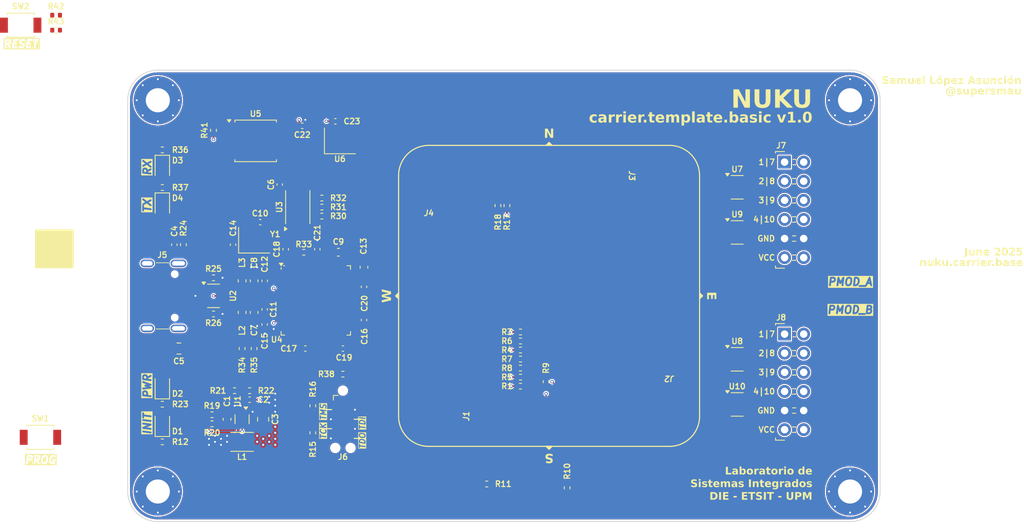
<source format=kicad_pcb>
(kicad_pcb (version 20241229) (generator "pcbnew") (generator_version "9.0")
  (title_block (title "nuku.carrier.template.base") (date "2025-06-09") (rev "0") (company "Samuel López Asunción") (comment 1 "@supersmau"))
  (layers (0 "F.Cu" signal "L1_(Sig).Cu") (4 "In1.Cu" power "L2_(GND).Cu") (6 "In2.Cu" power "L3_(GND).Cu") (2 "B.Cu" signal "L4_(Sig).Cu") (13 "F.Paste" user) (15 "B.Paste" user) (5 "F.SilkS" user "F.Silkscreen") (7 "B.SilkS" user "B.Silkscreen") (1 "F.Mask" user) (3 "B.Mask" user) (25 "Edge.Cuts" user))
  (net 0 "")
  (net 1 "GND")
  (net 2 "+3V3")
  (net 3 "+5V")
  (net 5 "/power/FB_3V3")
  (net 6 "/core-south-0/CONFIG_PROG")
  (net 7 "/core-south-0/CONFIG_M2")
  (net 8 "SHIELD")
  (net 10 "/core-south-0/PWR_LOOPBACK")
  (net 12 "/core-south-0/CONFIG_M0")
  (net 13 "/bridge/VPLL")
  (net 14 "/bridge/VPHY")
  (net 15 "/core-south-0/MGTP_CLK0_P")
  (net 16 "/core-south-0/MGTP_TX3_P")
  (net 17 "/core-south-0/MGTP_TX0_P")
  (net 18 "/core-south-0/MGTP_RX3_P")
  (net 19 "Net-(U4-OSCI)")
  (net 20 "/core-south-0/MGTP_CLK1_N")
  (net 21 "/core-south-0/MGTP_TX3_N")
  (net 22 "/core-south-0/MGTP_RX2_P")
  (net 24 "/core-south-0/CONFIG_INIT")
  (net 27 "/core-south-0/MGTP_RX3_N")
  (net 29 "/core-south-0/MGTP_TX0_N")
  (net 30 "/core-south-0/CONFIG_DONE")
  (net 31 "/core-south-0/MGTP_RX1_N")
  (net 32 "/core-south-0/MGTP_RX0_P")
  (net 33 "+1V8")
  (net 35 "/core-south-0/MGTP_RX1_P")
  (net 37 "/core-south-0/MGTP_RX0_N")
  (net 38 "/core-south-0/MGTP_TX1_P")
  (net 39 "/core-south-0/MGTP_TX2_P")
  (net 40 "/core-south-0/MGTP_RX2_N")
  (net 42 "/core-south-0/MGTP_TX2_N")
  (net 43 "/core-south-0/MGTP_CLK1_P")
  (net 44 "/core-south-0/MGTP_TX1_N")
  (net 45 "/core-south-0/CONFIG_M1")
  (net 46 "/core-east-34/IO34_6_N")
  (net 47 "/core-east-34/IO34_23_N")
  (net 48 "/core-east-34/IO34_25")
  (net 49 "/core-east-34/IO34_4_P")
  (net 50 "/core-east-34/IO34_16_P")
  (net 51 "/core-east-34/IO34_15_P")
  (net 52 "/core-east-34/IO34_13_P")
  (net 53 "/core-east-34/IO34_9_N")
  (net 54 "/core-east-34/IO34_10_P")
  (net 55 "/core-east-34/IO34_5_P")
  (net 56 "/core-east-34/IO34_13_N")
  (net 57 "/core-east-34/IO34_22_P")
  (net 58 "/core-east-34/IO34_14_N")
  (net 59 "/core-east-34/IO34_24_N")
  (net 60 "/core-east-34/IO34_15_N")
  (net 61 "/core-east-34/IO34_2_N")
  (net 62 "/core-east-34/IO34_23_P")
  (net 63 "/core-east-34/IO34_18_N")
  (net 64 "/core-east-34/IO34_17_N")
  (net 65 "/core-east-34/IO34_3_N")
  (net 66 "/core-east-34/IO34_12_P")
  (net 67 "/core-east-34/IO34_12_N")
  (net 68 "/core-east-34/IO34_19_N")
  (net 69 "/core-east-34/IO34_18_P")
  (net 70 "/core-east-34/IO34_5_N")
  (net 71 "/core-east-34/IO34_19_P")
  (net 72 "/core-east-34/IO34_16_N")
  (net 73 "/core-east-34/IO34_2_P")
  (net 74 "/core-east-34/IO34_24_P")
  (net 75 "/core-east-34/IO34_6_P")
  (net 76 "/core-east-34/IO34_9_P")
  (net 77 "/core-east-34/IO34_7_P")
  (net 78 "/core-east-34/IO34_11_N")
  (net 79 "/core-east-34/IO34_8_N")
  (net 80 "/core-east-34/IO34_4_N")
  (net 81 "/core-east-34/IO34_11_P")
  (net 82 "/core-east-34/IO34_3_P")
  (net 83 "/core-east-34/IO34_0")
  (net 84 "/core-east-34/IO34_10_N")
  (net 85 "/core-east-34/IO34_20_P")
  (net 86 "/core-east-34/IO34_21_N")
  (net 87 "/core-east-34/IO34_1_P")
  (net 88 "/core-east-34/IO34_1_N")
  (net 89 "/core-east-34/IO34_7_N")
  (net 90 "/core-east-34/IO34_8_P")
  (net 91 "/core-east-34/IO34_20_N")
  (net 92 "/core-east-34/IO34_22_N")
  (net 93 "/core-east-34/IO34_21_P")
  (net 94 "/core-east-34/IO34_17_P")
  (net 95 "/core-east-34/IO34_14_P")
  (net 96 "/core-north-14/IO14_21_N")
  (net 97 "/core-north-14/IO14_14_P")
  (net 98 "Net-(U4-OSCO)")
  (net 99 "/core-north-14/IO14_14_N")
  (net 100 "/core-north-14/IO14_3_N")
  (net 101 "/core-north-14/IO14_16_N")
  (net 102 "/core-north-14/IO14_9_N")
  (net 103 "/core-north-14/IO14_3_P")
  (net 104 "/core-north-14/IO14_20_N")
  (net 105 "/core-north-14/IO14_16_P")
  (net 106 "/core-north-14/IO14_6_N")
  (net 107 "/core-north-14/IO14_4_N")
  (net 108 "/core-north-14/IO14_11_N")
  (net 109 "/core-north-14/IO14_21_P")
  (net 110 "/core-north-14/IO14_19_N")
  (net 111 "/core-north-14/IO14_22_N")
  (net 112 "/core-north-14/IO14_8_N")
  (net 113 "/core-north-14/IO14_18_P")
  (net 114 "/core-north-14/IO14_9_P")
  (net 115 "/core-north-14/IO14_5_P")
  (net 116 "/core-north-14/IO14_19_P")
  (net 117 "/core-north-14/IO14_13_P")
  (net 118 "/core-north-14/IO14_12_N")
  (net 119 "/core-north-14/IO14_13_N")
  (net 120 "/core-north-14/IO14_17_P")
  (net 121 "/core-north-14/IO14_10_N")
  (net 122 "/core-north-14/IO14_17_N")
  (net 123 "/core-north-14/IO14_11_P")
  (net 124 "/core-north-14/IO14_15_N")
  (net 125 "/core-north-14/IO14_23_N")
  (net 126 "/core-north-14/IO14_7_P")
  (net 127 "/core-north-14/IO14_23_P")
  (net 128 "/core-north-14/IO14_15_P")
  (net 129 "/core-north-14/IO14_8_P")
  (net 130 "/core-north-14/IO14_20_P")
  (net 131 "/core-north-14/IO14_24_N")
  (net 132 "/core-north-14/IO14_7_N")
  (net 133 "/core-north-14/IO14_24_P")
  (net 134 "/core-north-14/IO14_22_P")
  (net 135 "Net-(D2-K)")
  (net 136 "/core-north-14/IO14_10_P")
  (net 137 "/core-north-14/IO14_25")
  (net 138 "/core-north-14/IO14_4_P")
  (net 139 "/core-north-14/IO14_18_N")
  (net 140 "/core-north-14/IO14_0")
  (net 141 "/core-north-14/IO14_5_N")
  (net 142 "/core-west-15/IO15_15_N")
  (net 143 "/core-west-15/IO15_14_N")
  (net 144 "/core-west-15/IO15_4_N")
  (net 145 "/core-west-15/IO15_8_P")
  (net 146 "/core-west-15/IO15_12_P")
  (net 147 "/core-west-15/IO15_13_P")
  (net 148 "/core-west-15/IO15_21_P")
  (net 149 "/core-west-15/IO15_5_N")
  (net 150 "/core-west-15/IO15_25")
  (net 151 "/core-west-15/IO15_9_N")
  (net 152 "/core-west-15/IO15_18_N")
  (net 153 "/core-west-15/IO15_12_N")
  (net 154 "/core-west-15/IO15_2_N")
  (net 155 "/core-west-15/IO15_5_P")
  (net 156 "/core-west-15/IO15_20_N")
  (net 157 "/core-west-15/IO15_3_N")
  (net 158 "/core-west-15/IO15_1_N")
  (net 159 "/core-west-15/IO15_18_P")
  (net 160 "/core-west-15/IO15_15_P")
  (net 161 "/core-west-15/IO15_17_P")
  (net 162 "/core-west-15/IO15_3_P")
  (net 163 "/core-west-15/IO15_9_P")
  (net 164 "/core-west-15/IO15_7_N")
  (net 165 "/core-west-15/IO15_23_N")
  (net 166 "/core-south-0/PGOOD")
  (net 167 "/core-west-15/IO15_23_P")
  (net 168 "/core-west-15/IO15_16_N")
  (net 169 "/core-west-15/IO15_14_P")
  (net 170 "/core-west-15/IO15_13_N")
  (net 171 "/core-west-15/IO15_10_N")
  (net 172 "/core-west-15/IO15_17_N")
  (net 173 "/core-west-15/IO15_24_N")
  (net 174 "/core-west-15/IO15_7_P")
  (net 175 "/core-west-15/IO15_22_N")
  (net 176 "/core-west-15/IO15_4_P")
  (net 177 "/core-west-15/IO15_21_N")
  (net 178 "/core-west-15/IO15_11_N")
  (net 179 "/core-west-15/IO15_22_P")
  (net 180 "/core-west-15/IO15_2_P")
  (net 181 "/core-west-15/IO15_19_P")
  (net 182 "/core-west-15/IO15_19_N")
  (net 183 "/core-west-15/IO15_24_P")
  (net 184 "/core-west-15/IO15_6_N")
  (net 185 "/core-west-15/IO15_20_P")
  (net 186 "/core-west-15/IO15_0")
  (net 187 "Net-(D1-K)")
  (net 188 "/core-west-15/IO15_16_P")
  (net 189 "/core-west-15/IO15_6_P")
  (net 190 "/core-west-15/IO15_11_P")
  (net 191 "/core-west-15/IO15_1_P")
  (net 192 "/core-west-15/IO15_8_N")
  (net 193 "/core-west-15/IO15_10_P")
  (net 194 "/core-south-0/CONFIG_CFGBVS")
  (net 195 "Net-(D3-K)")
  (net 196 "Net-(D4-K)")
  (net 197 "/bridge/JTAG_TDO")
  (net 198 "/bridge/JTAG_TMS")
  (net 199 "/bridge/JTAG_TDI")
  (net 200 "/bridge/JTAG_TCK")
  (net 201 "/config/CONFIG_CLK")
  (net 202 "Net-(J5-CC1)")
  (net 203 "/bridge/USB_DP")
  (net 204 "/bridge/USB_DN")
  (net 205 "Net-(J5-CC2)")
  (net 208 "/bridge/JTAG_HALT")
  (net 209 "/bridge/JTAG_VREF")
  (net 210 "/pmod/PMOD_A4")
  (net 211 "/pmod/PMOD_A3")
  (net 212 "/pmod/PMOD_A9")
  (net 213 "/pmod/PMOD_A7")
  (net 214 "/pmod/PMOD_A10")
  (net 215 "/pmod/PMOD_A2")
  (net 216 "/pmod/PMOD_A1")
  (net 217 "/pmod/PMOD_A8")
  (net 218 "/pmod/PMOD_B1")
  (net 219 "/pmod/PMOD_B8")
  (net 220 "/pmod/PMOD_B7")
  (net 221 "/pmod/PMOD_B3")
  (net 222 "/pmod/PMOD_B4")
  (net 223 "/pmod/PMOD_B10")
  (net 224 "/pmod/PMOD_B9")
  (net 225 "/pmod/PMOD_B2")
  (net 226 "/power/SW_3V3")
  (net 227 "/power/EN_3V3")
  (net 228 "/bridge/EEORG")
  (net 229 "/bridge/EEDOUT")
  (net 230 "/bridge/EECLK")
  (net 231 "/bridge/EECS")
  (net 232 "/bridge/EEDIN")
  (net 233 "/bridge/FTDI_REF")
  (net 234 "/bridge/FTDI_NRESET")
  (net 235 "/bridge/UART_RX_LED")
  (net 236 "/bridge/UART_TX_LED")
  (net 237 "/bridge/PWRSAV#")
  (net 238 "/config/CONFIG_FCS_B")
  (net 239 "/power/PG_3V3")
  (net 243 "/bridge/UART_CTS#")
  (net 244 "/bridge/UART_RTS#")
  (net 252 "/bridge/SUSPEND")
  (net 256 "/bridge/PWREN")
  (net 259 "/bridge/UART_RXD")
  (net 264 "/bridge/UART_TXD")
  (net 268 "/config/CONFIG_MOSI_D00")
  (net 269 "/config/CONFIG_DIN_D01")
  (net 270 "/config/CONFIG_D03")
  (net 271 "/config/CONFIG_D02")
  (net 272 "/config/CLK")
  (net 274 "/config/RESET")
  (net 275 "Net-(R42-Pad2)")
  (footprint "Inductor_SMD:L_0603_1608Metric" (layer "F.Cu") (at 107.7 103 -90)
    (property "Reference" "L3")
    (property "Value" "600")
  )
  (footprint "Package_TO_SOT_SMD:SOT-23-6" (layer "F.Cu") (at 173.5 90.57)
    (property "Reference" "U7")
    (property "Value" "SRV05-4")
  )
  (footprint "Resistor_SMD:R_0402_1005Metric" (layer "F.Cu") (at 140.21 130)
    (property "Reference" "R11")
    (property "Value" "4k7")
  )
  (footprint "Package_SO:SOIC-8_5.3x5.3mm_P1.27mm" (layer "F.Cu") (at 109.5 84.4)
    (property "Reference" "U5")
    (property "Value" "IS25LP064A")
  )
  (footprint "Package_SO:TSSOP-8_4.4x3mm_P0.65mm" (layer "F.Cu") (at 115.1 93.2 90)
    (property "Reference" "U3")
    (property "Value" "M93C56-WDW6TP")
  )
  (footprint "Capacitor_SMD:C_0402_1005Metric" (layer "F.Cu") (at 110.7 103 90)
    (property "Reference" "C12")
    (property "Value" "470n")
  )
  (footprint "Resistor_SMD:R_0402_1005Metric" (layer "F.Cu") (at 117.1 123.2 -90)
    (property "Reference" "R15")
    (property "Value" "10k")
  )
  (footprint "Resistor_SMD:R_0402_1005Metric" (layer "F.Cu") (at 144.7 112.2 180)
    (property "Reference" "R4")
    (property "Value" "1k")
  )
  (footprint "Resistor_SMD:R_0402_1005Metric" (layer "F.Cu") (at 97.1 119.4 180)
    (property "Reference" "R23")
    (property "Value" "1k")
  )
  (footprint "Resistor_SMD:R_0402_1005Metric" (layer "F.Cu") (at 144.7 114.6)
    (property "Reference" "R8")
    (property "Value" "1k")
  )
  (footprint "Resistor_SMD:R_0402_1005Metric" (layer "F.Cu") (at 103.7 120.8)
    (property "Reference" "R19")
    (property "Value" "100k")
  )
  (footprint "Capacitor_SMD:C_0603_1608Metric" (layer "F.Cu") (at 109.3 107.2 -90)
    (property "Reference" "C7")
    (property "Value" "4u7")
  )
  (footprint "LED_SMD:LED_0805_2012Metric" (layer "F.Cu") (at 97.1 93 -90)
    (property "Reference" "D4")
    (property "Value" "TX")
  )
  (footprint "Capacitor_SMD:C_0402_1005Metric" (layer "F.Cu") (at 110.1 95.2)
    (property "Reference" "C10")
    (property "Value" "33p")
  )
  (footprint "Resistor_SMD:R_0402_1005Metric" (layer "F.Cu") (at 117.1 119.6 90)
    (property "Reference" "R16")
    (property "Value" "10k")
  )
  (footprint "Resistor_SMD:R_0402_1005Metric" (layer "F.Cu") (at 108.7 117.6 180)
    (property "Reference" "R22")
    (property "Value" "22k")
  )
  (footprint "Capacitor_SMD:C_0402_1005Metric" (layer "F.Cu") (at 115.7 82.4)
    (property "Reference" "C22")
    (property "Value" "470n")
  )
  (footprint "Capacitor_SMD:C_0603_1608Metric" (layer "F.Cu") (at 120.5 99.2 180)
    (property "Reference" "C9")
    (property "Value" "4u7")
  )
  (footprint "Resistor_SMD:R_0402_1005Metric" (layer "F.Cu") (at 99.9 98.2 90)
    (property "Reference" "R24")
    (property "Value" "1M")
  )
  (footprint "nuku:DF40HC(4.0)-90DS-0.4V" (layer "F.Cu") (at 132.5 105)
    (property "Reference" "J4")
    (property "Value" "DF40HC(4.0)-90DS-0.4V" (hide yes))
  )
  (footprint "LED_SMD:LED_0805_2012Metric" (layer "F.Cu") (at 97.1 122 90)
    (property "Reference" "D1")
    (property "Value" "INIT")
  )
  (footprint "Capacitor_SMD:C_0402_1005Metric" (layer "F.Cu") (at 123.9 108.2 -90)
    (property "Reference" "C16")
    (property "Value" "470n")
  )
  (footprint "Resistor_SMD:R_0402_1005Metric" (layer "F.Cu") (at 82.98 67.695)
    (property "Reference" "R42")
    (property "Value" "4k7")
  )
  (footprint "Capacitor_SMD:C_0603_1608Metric" (layer "F.Cu") (at 105.7 121.4 -90)
    (property "Reference" "C1")
    (property "Value" "4u7")
  )
  (footprint "MountingHole:MountingHole_3.2mm_M3_Pad_TopBottom" (layer "F.Cu") (at 96.5 131)
    (property "Reference" "" (hide yes))
    (property "Value" "MountingHole_3.2mm_M3_Pad_TopBottom")
  )
  (footprint "Capacitor_SMD:C_0402_1005Metric" (layer "F.Cu") (at 117.7 98.8 90)
    (property "Reference" "C21")
    (property "Value" "470n")
  )
  (footprint "Resistor_SMD:R_0402_1005Metric" (layer "F.Cu") (at 118.3 92)
    (property "Reference" "R32")
    (property "Value" "10k")
  )
  (footprint "MountingHole:MountingHole_3.2mm_M3_Pad_TopBottom" (layer "F.Cu") (at 188.5 79)
    (property "Reference" "" (hide yes))
    (property "Value" "MountingHole_3.2mm_M3_Pad_TopBottom")
  )
  (footprint "nuku:DF40HC(4.0)-90DS-0.4V" (layer "F.Cu") (at 148.5 89 -90)
    (property "Reference" "J3")
    (property "Value" "DF40HC(4.0)-90DS-0.4V" (hide yes))
  )
  (footprint "Resistor_SMD:R_0402_1005Metric" (layer "F.Cu") (at 144.7 109.8 180)
    (property "Reference" "R3")
    (property "Value" "1k")
  )
  (footprint "Resistor_SMD:R_0402_1005Metric" (layer "F.Cu") (at 97.1 124.4 180)
    (property "Reference" "R12")
    (property "Value" "1k")
  )
  (footprint "nuku:DF40HC(4.0)-90DS-0.4V" (layer "F.Cu") (at 164.5 105 180)
    (property "Reference" "J2")
    (property "Value" "DF40HC(4.0)-90DS-0.4V" (hide yes))
  )
  (footprint "Capacitor_SMD:C_0603_1608Metric" (layer "F.Cu") (at 123.9 101.2 -90)
    (property "Reference" "C13")
    (property "Value" "4u7")
  )
  (footprint "Resistor_SMD:R_0402_1005Metric" (layer "F.Cu") (at 103.7 122 180)
    (property "Reference" "R20")
    (property "Value" "200k")
  )
  (footprint "Capacitor_SMD:C_0805_2012Metric" (layer "F.Cu") (at 99.3 112 180)
    (property "Reference" "C5")
    (property "Value" "47u")
  )
  (footprint "MountingHole:MountingHole_3.2mm_M3_Pad_TopBottom" (layer "F.Cu") (at 96.5 79)
    (property "Reference" "" (hide yes))
    (property "Value" "MountingHole_3.2mm_M3_Pad_TopBottom")
  )
  (footprint "Resistor_SMD:R_0402_1005Metric" (layer "F.Cu") (at 103.9 83 90)
    (property "Reference" "R41")
    (property "Value" "4k7")
  )
  (footprint "Resistor_SMD:R_0402_1005Metric" (layer "F.Cu") (at 118.3 94.4)
    (property "Reference" "R30")
    (property "Value" "10k")
  )
  (footprint "Capacitor_SMD:C_0402_1005Metric" (layer "F.Cu") (at 123.9 103.8 90)
    (property "Reference" "C20")
    (property "Value" "470n")
  )
  (footprint "Package_TO_SOT_SMD:SOT-23-6" (layer "F.Cu") (at 173.5 96.57)
    (property "Reference" "U9")
    (property "Value" "SRV05-4")
  )
  (footprint "nuku:DF40HC(4.0)-90DS-0.4V" (layer "F.Cu") (at 148.5 121 90)
    (property "Reference" "J1")
    (property "Value" "DF40HC(4.0)-90DS-0.4V" (hide yes))
  )
  (footprint "Capacitor_SMD:C_0402_1005Metric" (layer "F.Cu") (at 112.7 90.2 90)
    (property "Reference" "C6")
    (property "Value" "470n")
  )
  (footprint "Resistor_SMD:R_0402_1005Metric" (layer "F.Cu") (at 103.9 102.6 180)
    (property "Reference" "R25")
    (property "Value" "5k1")
  )
  (footprint "LED_SMD:LED_0805_2012Metric" (layer "F.Cu") (at 97.1 88 -90)
    (property "Reference" "D3")
    (property "Value" "RX")
  )
  (footprint "Capacitor_SMD:C_0402_1005Metric" (layer "F.Cu") (at 106.5 98.2 -90)
    (property "Reference" "C14")
    (property "Value" "33p")
  )
  (footprint "Resistor_SMD:R_0402_1005Metric" (layer "F.Cu") (at 109.3 112 -90)
    (property "Reference" "R35")
    (property "Value" "1k")
  )
  (footprint "Resistor_SMD:R_0402_1005Metric" (layer "F.Cu") (at 142.9 93 -90)
    (property "Reference" "R17")
    (property "Value" "1k")
  )
  (footprint "Package_TO_SOT_SMD:SOT-23-6" (layer "F.Cu") (at 173.5 119.43)
    (property "Reference" "U10")
    (property "Value" "SRV05-4")
  )
  (footprint "Capacitor_SMD:C_0402_1005Metric" (layer "F.Cu") (at 110.7 106.8 -90)
    (property "Reference" "C11")
    (property "Value" "470n")
  )
  (footprint "Resistor_SMD:R_0402_1005Metric" (layer "F.Cu") (at 148.1 116.4 90)
    (property "Reference" "R9")
    (property "Value" "330")
  )
  (footprint "Crystal:Crystal_SMD_3225-4Pin_3.2x2.5mm" (layer "F.Cu") (at 120.7 84.4)
    (property "Reference" "U6")
    (property "Value" "OT3225100MJBA4SL")
  )
  (footprint "Resistor_SMD:R_0402_1005Metric" (layer "F.Cu") (at 97.1 90.6 180)
    (property "Reference" "R37")
    (property "Value" "1k")
  )
  (footprint "Capacitor_SMD:C_0402_1005Metric" (layer "F.Cu") (at 121.1 112)
    (property "Reference" "C19")
    (property "Value" "470n")
  )
  (footprint "Capacitor_SMD:C_0402_1005Metric" (layer "F.Cu") (at 120.1 81.8)
    (property "Reference" "C23")
    (property "Value" "470n")
  )
  (footprint "Resistor_SMD:R_0402_1005Metric" (layer "F.Cu") (at 144.7 117)
    (property "Reference" "R1")
    (property "Value" "0")
  )
  (footprint "Resistor_SMD:R_0402_1005Metric" (layer "F.Cu") (at 107.7 112 -90)
    (property "Reference" "R34")
    (property "Value" "12k")
  )
  (footprint "Package_DFN_QFN:QFN-64-1EP_9x9mm_P0.5mm_EP4.35x4.35mm" (layer "F.Cu") (at 117.5 105.6)
    (property "Reference" "U4")
    (property "Value" "FT2232HQ")
  )
  (footprint "Resistor_SMD:R_0402_1005Metric" (layer "F.Cu") (at 144.7 113.4)
    (property "Reference" "R7")
    (property "Value" "1k")
  )
  (footprint "Package_TO_SOT_SMD:SOT-23-6" (layer "F.Cu") (at 173.5 113.43)
    (property "Reference" "U8")
    (property "Value" "SRV05-4")
  )
  (footprint "LED_SMD:LED_0805_2012Metric" (layer "F.Cu") (at 97.1 117 90)
    (property "Reference" "D2")
    (property "Value" "PWR")
  )
  (footprint "Resistor_SMD:R_0402_1005Metric" (layer "F.Cu") (at 82.98 69.685)
    (property "Reference" "R43")
    (property "Value" "4k7")
  )
  (footprint "Inductor_SMD:L_Changjiang_FNR252010S" (layer "F.Cu") (at 107.7 124.4)
    (property "Reference" "L1")
    (property "Value" "1u")
  )
  (footprint "Resistor_SMD:R_0402_1005Metric" (layer "F.Cu") (at 97.1 85.6 180)
    (property "Reference" "R36")
    (property "Value" "1k")
  )
  (footprint "Resistor_SMD:R_0402_1005Metric" (layer "F.Cu") (at 150.9 130.51 90)
    (property "Reference" "R10")
    (property "Value" "4k7")
  )
  (footprint "nuku:TYPE-C16PIN" (layer "F.Cu") (at 92.5 105 -90)
    (property "Reference" "J5")
    (property "Value" "USB_C_Receptacle_USB2.0_16P")
  )
  (footprint "nuku:PMOD_PinSocket_2x06_P2.54mm_Horizontal" (layer "F.Cu") (at 192.5 116.43)
    (property "Reference" "J8")
    (property "Value" "PMOD_B")
  )
  (footprint "Inductor_SMD:L_0603_1608Metric" (layer "F.Cu") (at 107.7 107.2 90)
    (property "Reference" "L2")
    (property "Value" "600")
  )
  (footprint "Resistor_SMD:R_0402_1005Metric" (layer "F.Cu") (at 141.7 93 90)
    (property "Reference" "R18")
    (property "Value" "1k")
  )
  (footprint "nuku:PMOD_PinSocket_2x06_P2.54mm_Horizontal" (layer "F.Cu") (at 192.5 93.57)
    (property "Reference" "J7")
    (property "Value" "PMOD_A")
  )
  (footprint "MountingHole:MountingHole_3.2mm_M3_Pad_TopBottom" (layer "F.Cu") (at 188.5 131)
    (property "Reference" "" (hide yes))
    (property "Value" "MountingHole_3.2mm_M3_Pad_TopBottom")
  )
  (footprint "Capacitor_SMD:C_0402_1005Metric" (layer "F.Cu") (at 98.7 98.2 -90)
    (property "Reference" "C4")
    (property "Value" "470n")
  )
  (footprint "Resistor_SMD:R_0402_1005Metric" (layer "F.Cu") (at 115.9 99.2)
    (property "Reference" "R33")
    (property "Value" "2k2")
  )
  (footprint "Crystal:Crystal_SMD_3225-4Pin_3.2x2.5mm" (layer "F.Cu") (at 109.3 97.6)
    (property "Reference" "Y1")
    (property "Value" "12 MHz")
  )
  (footprint "Connector:Tag-Connect_TC2050-IDC-NL_2x05_P1.27mm_Vertical" (layer "F.Cu") (at 121.1 121.4 -90)
    (property "Reference" "J6")
    (property "Value" "TC2050")
  )
  (footprint "nuku:TS-1088-AR02016" (layer "F.Cu") (at 80.9 123.8)
    (property "Reference" "SW1")
    (property "Value" "PROG")
  )
  (footprint "Capacitor_SMD:C_0603_1608Metric" (layer "F.Cu") (at 109.3 103 90)
    (property "Reference" "C8")
    (property "Value" "4u7")
  )
  (footprint "Resistor_SMD:R_0402_1005Metric" (layer "F.Cu") (at 144.7 115.8 180)
    (property "Reference" "R5")
    (property "Value" "1k")
  )
  (footprint "nuku:TS-1088-AR02016" (layer "F.Cu") (at 78.275 69.025)
    (property "Reference" "SW2")
    (property "Value" "RESET")
  )
  (footprint "Capacitor_SMD:C_0402_1005Metric" (layer "F.Cu") (at 110.7 108.8 -90)
    (property "Reference" "C15")
    (property "Value" "470n")
  )
  (footprint "Resistor_SMD:R_0402_1005Metric" (layer "F.Cu") (at 103.9 107.4 180)
    (property "Reference" "R26")
    (property "Value" "5k1")
  )
  (footprint "Capacitor_SMD:C_0402_1005Metric" (layer "F.Cu") (at 116.1 112)
    (property "Reference" "C17")
    (property "Value" "470n")
  )
  (footprint "Resistor_SMD:R_0402_1005Metric" (layer "F.Cu") (at 118.3 93.2)
    (property "Reference" "R31")
    (property "Value" "10k")
  )
  (footprint "Package_TO_SOT_SMD:SOT-563" (layer "F.Cu") (at 107.7 121.4 -90)
    (property "Reference" "U1")
    (property "Value" "AP61302")
  )
  (footprint "Capacitor_SMD:C_0402_1005Metric" (layer "F.Cu") (at 113.5 98.8 90)
    (property "Reference" "C18")
    (property "Value" "470n")
  )
  (footprint "Package_TO_SOT_SMD:SOT-23-6" (layer "F.Cu") (at 103.9 105)
    (property "Reference" "U2")
    (property "Value" "SRV05-4")
  )
  (footprint "Capacitor_SMD:C_0402_1005Metric" (layer "F.Cu") (at 108.7 118.8 180)
    (property "Reference" "C2")
    (property "Value" "33p")
  )
  (footprint "Resistor_SMD:R_0402_1005Metric" (layer "F.Cu") (at 121.1 115.4 180)
    (property "Reference" "R38")
    (property "Value" "0")
  )
  (footprint "Resistor_SMD:R_0402_1005Metric" (layer "F.Cu") (at 144.7 111)
    (property "Reference" "R6")
    (property "Value" "1k")
  )
  (footprint "Resistor_SMD:R_0402_1005Metric" (layer "F.Cu") (at 106.7 117.6 180)
    (property "Reference" "R21")
    (property "Value" "100k")
  )
  (footprint "Capacitor_SMD:C_0805_2012Metric" (layer "F.Cu") (at 110.5 121.4 90)
    (property "Reference" "C3")
    (property "Value" "47u")
  )
  (gr_poly (pts (xy 168.5 104.6) (xy 168.9 105) (xy 168.5 105.4)) (stroke (width 0.15)) (fill yes) (layer "F.SilkS"))
  (gr_arc (start 168.5 121) (mid 167.328427 123.828427) (end 164.5 125) (stroke (width 0.15)) (layer "F.SilkS"))
  (gr_poly (pts (xy 148.9 125) (xy 148.5 125.4) (xy 148.1 125)) (stroke (width 0.15)) (fill yes) (layer "F.SilkS"))
  (gr_arc (start 132.5 125) (mid 129.671573 123.828427) (end 128.5 121) (stroke (width 0.15)) (layer "F.SilkS"))
  (gr_line (start 168.5 89) (end 168.5 121) (stroke (width 0.15)) (layer "F.SilkS"))
  (gr_rect (start 80.25 96.25) (end 85.25 101.25) (stroke (width 0.15)) (fill yes) (layer "F.SilkS"))
  (gr_line (start 128.5 121) (end 128.5 89) (stroke (width 0.15)) (layer "F.SilkS"))
  (gr_poly (pts (xy 128.5 105.4) (xy 128.1 105) (xy 128.5 104.6)) (stroke (width 0.15)) (fill yes) (layer "F.SilkS"))
  (gr_line (start 119.6 122.65) (end 118.85 122.65) (stroke (width 0.15)) (layer "F.SilkS"))
  (gr_line (start 132.5 85) (end 164.5 85) (stroke (width 0.15)) (layer "F.SilkS"))
  (gr_line (start 164.5 125) (end 132.5 125) (stroke (width 0.15)) (layer "F.SilkS"))
  (gr_line (start 122.6 123.94) (end 123.35 123.94) (stroke (width 0.15)) (layer "F.SilkS"))
  (gr_line (start 122.6 121.4) (end 123.35 121.4) (stroke (width 0.15)) (layer "F.SilkS"))
  (gr_arc (start 164.5 85) (mid 167.328427 86.171573) (end 168.5 89) (stroke (width 0.15)) (layer "F.SilkS"))
  (gr_line (start 119.6 120.11) (end 118.85 120.11) (stroke (width 0.15)) (layer "F.SilkS"))
  (gr_arc (start 128.5 89) (mid 129.671573 86.171573) (end 132.5 85) (stroke (width 0.15)) (layer "F.SilkS"))
  (gr_poly (pts (xy 148.1 85) (xy 148.5 84.6) (xy 148.9 85)) (stroke (width 0.15)) (fill yes) (layer "F.SilkS"))
  (gr_arc (start 192.5 131) (mid 191.328427 133.828427) (end 188.5 135) (stroke (width 0.1)) (layer "Edge.Cuts"))
  (gr_line (start 192.5 79) (end 192.5 131) (stroke (width 0.1)) (layer "Edge.Cuts"))
  (gr_line (start 96.5 75) (end 188.5 75) (stroke (width 0.1)) (layer "Edge.Cuts"))
  (gr_arc (start 96.5 135) (mid 93.671573 133.828427) (end 92.5 131) (stroke (width 0.1)) (layer "Edge.Cuts"))
  (gr_line (start 92.5 131) (end 92.5 79) (stroke (width 0.1)) (layer "Edge.Cuts"))
  (gr_arc (start 188.5 75) (mid 191.328427 76.171573) (end 192.5 79) (stroke (width 0.1)) (layer "Edge.Cuts"))
  (gr_line (start 188.5 135) (end 96.5 135) (stroke (width 0.1)) (layer "Edge.Cuts"))
  (gr_arc (start 92.5 79) (mid 93.671573 76.171573) (end 96.5 75) (stroke (width 0.1)) (layer "Edge.Cuts"))
  (gr_text "carrier.template.basic v1.0" (at 183.5 82.2 0) (layer "F.SilkS") (effects (font (size 1.4 1.4) (thickness 0.25) (italic yes)) (justify right bottom)))
  (gr_text "June 2025" (at 211.5 99.8 0) (layer "F.SilkS") (effects (font (size 1 1) (thickness 0.25) (italic yes)) (justify right bottom)))
  (gr_text "Laboratorio de\nSistemas Integrados\nDIE - ETSIT - UPM" (at 183.5 130 0) (layer "F.SilkS") (effects (font (size 1 1) (thickness 0.25) (italic yes)) (justify right)))
  (gr_text "W" (at 127.7 105 90) (layer "F.SilkS") (effects (font (size 1.2 1.2) (thickness 0.25) (italic yes)) (justify bottom)))
  (gr_text "TDI" (at 123.7 121 90) (layer "F.SilkS" knockout) (effects (font (size 0.75 0.75) (thickness 0.15) (bold yes) (italic yes)) (justify right)))
  (gr_text "N" (at 148.5 84.2 0) (layer "F.SilkS") (effects (font (size 1.2 1.2) (thickness 0.25) (italic yes)) (justify bottom)))
  (gr_text "E" (at 169.3 105 270) (layer "F.SilkS") (effects (font (size 1.2 1.2) (thickness 0.25) (italic yes)) (justify bottom)))
  (gr_text "TMS" (at 118.5 121.6 90) (layer "F.SilkS" knockout) (effects (font (size 0.75 0.75) (thickness 0.15) (bold yes) (italic yes)) (justify left)))
  (gr_text "nuku.carrier.base" (at 211.5 101.2 0) (layer "F.SilkS") (effects (font (size 1 1) (thickness 0.25) (italic yes)) (justify right bottom)))
  (gr_text "TCK" (at 118.5 124.1 90) (layer "F.SilkS" knockout) (effects (font (size 0.75 0.75) (thickness 0.15) (bold yes) (italic yes)) (justify left)))
  (gr_text "TDO" (at 123.7 123.1 90) (layer "F.SilkS" knockout) (effects (font (size 0.75 0.75) (thickness 0.15) (bold yes) (italic yes)) (justify right)))
  (gr_text "NUKU" (at 183.5 80.4 0) (layer "F.SilkS") (effects (font (size 2.4 2.4) (thickness 0.25) (italic yes)) (justify right bottom)))
  (gr_text "S" (at 148.5 125.8 180) (layer "F.SilkS") (effects (font (size 1.2 1.2) (thickness 0.25) (italic yes)) (justify bottom)))
  (gr_text "@supersmau" (at 211.3 78.4 0) (layer "F.SilkS") (effects (font (size 1 1) (thickness 0.25) (italic yes)) (justify right bottom)))
  (gr_text "Samuel López Asunción" (at 211.3 77 0) (layer "F.SilkS") (effects (font (size 1 1) (thickness 0.25) (italic yes)) (justify right bottom)))
  (via (at 112.1 119.6) (size 0.45) (drill 0.25) (layers "F.Cu" "B.Cu") (net 1))
  (via (at 112.1 118) (size 0.45) (drill 0.25) (layers "F.Cu" "B.Cu") (net 1))
  (via (at 112.1 118.8) (size 0.45) (drill 0.25) (layers "F.Cu" "B.Cu") (net 1))
  (via (at 103.3 124) (size 0.45) (drill 0.25) (layers "F.Cu" "B.Cu") (net 1))
  (via (at 122.7 120.13) (size 0.45) (drill 0.25) (layers "F.Cu" "B.Cu") (net 1))
  (via (at 119.5 121.4) (size 0.45) (drill 0.25) (layers "F.Cu" "B.Cu") (net 1))
  (via (at 112.1 120.4) (size 0.45) (drill 0.25) (layers "F.Cu" "B.Cu") (net 1))
  (via (at 105.7 123.6) (size 0.45) (drill 0.25) (layers "F.Cu" "B.Cu") (net 1))
  (via (at 122.7 122.67) (size 0.45) (drill 0.25) (layers "F.Cu" "B.Cu") (net 1))
  (via (at 103.3 124.8) (size 0.45) (drill 0.25) (layers "F.Cu" "B.Cu") (net 1))
  (via (at 108.9 109) (size 0.45) (drill 0.25) (layers "F.Cu" "B.Cu") (net 1))
  (via (at 105.1 107.4) (size 0.45) (drill 0.25) (layers "F.Cu" "B.Cu") (net 1))
  (via (at 108.9 101.2) (size 0.45) (drill 0.25) (layers "F.Cu" "B.Cu") (net 1))
  (via (at 111.9 109.4) (size 0.45) (drill 0.25) (layers "F.Cu" "B.Cu") (net 1))
  (via (at 117.7 97.6) (size 0.45) (drill 0.25) (layers "F.Cu" "B.Cu") (net 1))
  (via (at 104.9 124.8) (size 0.45) (drill 0.25) (layers "F.Cu" "B.Cu") (net 1))
  (via (at 109.1 120.4) (size 0.45) (drill 0.25) (layers "F.Cu" "B.Cu") (net 1))
  (via (at 110.7 110) (size 0.45) (drill 0.25) (layers "F.Cu" "B.Cu") (net 1))
  (via (at 119.5 123.94) (size 0.45) (drill 0.25) (layers "F.Cu" "B.Cu") (net 1))
  (via (at 106.7 119.6) (size 0.45) (drill 0.25) (layers "F.Cu" "B.Cu") (net 1))
  (via (at 105.1 102.6) (size 0.45) (drill 0.25) (layers "F.Cu" "B.Cu") (net 1))
  (via (at 104.9 124) (size 0.45) (drill 0.25) (layers "F.Cu" "B.Cu") (net 1))
  (via (at 109.7 109) (size 0.45) (drill 0.25) (layers "F.Cu" "B.Cu") (net 1))
  (via (at 111.3 119.2) (size 0.45) (drill 0.25) (layers "F.Cu" "B.Cu") (net 1))
  (via (at 104.1 123.6) (size 0.45) (drill 0.25) (layers "F.Cu" "B.Cu") (net 1))
  (via (at 101.5 105) (size 0.45) (drill 0.25) (layers "F.Cu" "B.Cu") (net 1))
  (via (at 116.1 81.6) (size 0.45) (drill 0.25) (layers "F.Cu" "B.Cu") (net 1))
  (via (at 109.7 101.2) (size 0.45) (drill 0.25) (layers "F.Cu" "B.Cu") (net 1))
  (via (at 104.1 124.4) (size 0.45) (drill 0.25) (layers "F.Cu" "B.Cu") (net 1))
  (via (at 105.7 124.4) (size 0.45) (drill 0.25) (layers "F.Cu" "B.Cu") (net 1))
  (via (at 111.3 118.4) (size 0.45) (drill 0.25) (layers "F.Cu" "B.Cu") (net 1))
  (via (at 107.5 119.6) (size 0.45) (drill 0.25) (layers "F.Cu" "B.Cu") (net 1))
  (segment (start 143.5 115.8) (end 144.19 115.8) (width 0.25) (layer "F.Cu") (net 2))
  (segment (start 103.9 84.2) (end 103.9 83.51) (width 0.25) (layer "F.Cu") (net 2))
  (segment (start 143.5 112.2) (end 144.19 112.2) (width 0.25) (layer "F.Cu") (net 2))
  (segment (start 115.3 81.6) (end 115.3 82.29) (width 0.25) (layer "F.Cu") (net 2))
  (segment (start 143.5 109.8) (end 144.19 109.8) (width 0.25) (layer "F.Cu") (net 2))
  (segment (start 118.9 81.8) (end 119.59 81.8) (width 0.25) (layer "F.Cu") (net 2))
  (segment (start 143.5 117) (end 144.19 117) (width 0.25) (layer "F.Cu") (net 2))
  (segment (start 142.9 94.2) (end 142.9 93.51) (width 0.25) (layer "F.Cu") (net 2))
  (segment (start 109.9 118.8) (end 109.21 118.8) (width 0.25) (layer "F.Cu") (net 2))
  (via (at 143.5 109.8) (size 0.45) (drill 0.25) (layers "F.Cu" "B.Cu") (net 2))
  (via (at 143.5 117) (size 0.45) (drill 0.25) (layers "F.Cu" "B.Cu") (net 2))
  (via (at 112.1 123.2) (size 0.45) (drill 0.25) (layers "F.Cu" "B.Cu") (net 2))
  (via (at 143.5 112.2) (size 0.45) (drill 0.25) (layers "F.Cu" "B.Cu") (net 2))
  (via (at 115.3 81.6) (size 0.45) (drill 0.25) (layers "F.Cu" "B.Cu") (net 2))
  (via (at 112.1 124.8) (size 0.45) (drill 0.25) (layers "F.Cu" "B.Cu") (net 2))
  (via (at 112.1 122.4) (size 0.45) (drill 0.25) (layers "F.Cu" "B.Cu") (net 2))
  (via (at 103.9 84.2) (size 0.45) (drill 0.25) (layers "F.Cu" "B.Cu") (net 2))
  (via (at 110.5 124) (size 0.45) (drill 0.25) (layers "F.Cu" "B.Cu") (net 2))
  (via (at 112.1 124) (size 0.45) (drill 0.25) (layers "F.Cu" "B.Cu") (net 2))
  (via (at 109.7 123.6) (size 0.45) (drill 0.25) (layers "F.Cu" "B.Cu") (net 2))
  (via (at 111.3 123.6) (size 0.45) (drill 0.25) (layers "F.Cu" "B.Cu") (net 2))
  (via (at 109.7 124.4) (size 0.45) (drill 0.25) (layers "F.Cu" "B.Cu") (net 2))
  (via (at 118.9 81.8) (size 0.45) (drill 0.25) (layers "F.Cu" "B.Cu") (net 2))
  (via (at 109.9 118.8) (size 0.45) (drill 0.25) (layers "F.Cu" "B.Cu") (net 2))
  (via (at 111.3 124.4) (size 0.45) (drill 0.25) (layers "F.Cu" "B.Cu") (net 2))
  (via (at 142.9 94.2) (size 0.45) (drill 0.25) (layers "F.Cu" "B.Cu") (net 2))
  (via (at 110.5 124.8) (size 0.45) (drill 0.25) (layers "F.Cu" "B.Cu") (net 2))
  (via (at 143.5 115.8) (size 0.45) (drill 0.25) (layers "F.Cu" "B.Cu") (net 2))
  (segment (start 103.9 105) (end 104.59 105) (width 0.25) (layer "F.Cu") (net 3))
  (via (at 103.9 105) (size 0.45) (drill 0.25) (layers "F.Cu" "B.Cu") (net 3))
  (segment (start 107.21 117.6) (end 108.19 117.6) (width 0.15) (layer "F.Cu") (net 5))
  (segment (start 108.2 117.61) (end 108.19 117.6) (width 0.15) (layer "F.Cu") (net 5))
  (segment (start 108.2 120.6875) (end 108.2 117.61) (width 0.15) (layer "F.Cu") (net 5))
  (segment (start 148.1 119.46) (end 148.1 118) (width 0.15) (layer "F.Cu") (net 6))
  (via (at 148.1 118) (size 0.45) (drill 0.25) (layers "F.Cu" "B.Cu") (net 6))
  (segment (start 145.21 109.8) (end 145.21 111) (width 0.15) (layer "F.Cu") (net 7))
  (segment (start 147.3 113.09) (end 145.21 111) (width 0.15) (layer "F.Cu") (net 7))
  (segment (start 147.3 119.46) (end 147.3 113.09) (width 0.15) (layer "F.Cu") (net 7))
  (via (at 93.7 131) (size 0.45) (drill 0.25) (layers "F.Cu" "B.Cu") (net 8))
  (via (at 96.5 81.8) (size 0.45) (drill 0.25) (layers "F.Cu" "B.Cu") (net 8))
  (via (at 190.5 133) (size 0.45) (drill 0.25) (layers "F.Cu" "B.Cu") (net 8))
  (via (at 188.5 133.8) (size 0.45) (drill 0.25) (layers "F.Cu" "B.Cu") (net 8))
  (via (at 186.5 81) (size 0.45) (drill 0.25) (layers "F.Cu" "B.Cu") (net 8))
  (via (at 94.5 77) (size 0.45) (drill 0.25) (layers "F.Cu" "B.Cu") (net 8))
  (via (at 185.7 79) (size 0.45) (drill 0.25) (layers "F.Cu" "B.Cu") (net 8))
  (via (at 185.7 131) (size 0.45) (drill 0.25) (layers "F.Cu" "B.Cu") (net 8))
  (via (at 98.5 77) (size 0.45) (drill 0.25) (layers "F.Cu" "B.Cu") (net 8))
  (via (at 98.5 129) (size 0.45) (drill 0.25) (layers "F.Cu" "B.Cu") (net 8))
  (via (at 190.5 129) (size 0.45) (drill 0.25) (layers "F.Cu" "B.Cu") (net 8))
  (via (at 96.5 128.2) (size 0.45) (drill 0.25) (layers "F.Cu" "B.Cu") (net 8))
  (via (at 99.3 131) (size 0.45) (drill 0.25) (layers "F.Cu" "B.Cu") (net 8))
  (via (at 188.5 128.2) (size 0.45) (drill 0.25) (layers "F.Cu" "B.Cu") (net 8))
  (via (at 94.5 133) (size 0.45) (drill 0.25) (layers "F.Cu" "B.Cu") (net 8))
  (via (at 188.5 81.8) (size 0.45) (drill 0.25) (layers "F.Cu" "B.Cu") (net 8))
  (via (at 96.5 133.8) (size 0.45) (drill 0.25) (layers "F.Cu" "B.Cu") (net 8))
  (via (at 98.5 81) (size 0.45) (drill 0.25) (layers "F.Cu" "B.Cu") (net 8))
  (via (at 190.5 81) (size 0.45) (drill 0.25) (layers "F.Cu" "B.Cu") (net 8))
  (via (at 96.5 76.2) (size 0.45) (drill 0.25) (layers "F.Cu" "B.Cu") (net 8))
  (via (at 186.5 129) (size 0.45) (drill 0.25) (layers "F.Cu" "B.Cu") (net 8))
  (via (at 186.5 77) (size 0.45) (drill 0.25) (layers "F.Cu" "B.Cu") (net 8))
  (via (at 93.7 79) (size 0.45) (drill 0.25) (layers "F.Cu" "B.Cu") (net 8))
  (via (at 94.5 81) (size 0.45) (drill 0.25) (layers "F.Cu" "B.Cu") (net 8))
  (via (at 186.5 133) (size 0.45) (drill 0.25) (layers "F.Cu" "B.Cu") (net 8))
  (via (at 94.5 129) (size 0.45) (drill 0.25) (layers "F.Cu" "B.Cu") (net 8))
  (via (at 188.5 76.2) (size 0.45) (drill 0.25) (layers "F.Cu" "B.Cu") (net 8))
  (via (at 190.5 77) (size 0.45) (drill 0.25) (layers "F.Cu" "B.Cu") (net 8))
  (via (at 99.3 79) (size 0.45) (drill 0.25) (layers "F.Cu" "B.Cu") (net 8))
  (via (at 191.3 79) (size 0.45) (drill 0.25) (layers "F.Cu" "B.Cu") (net 8))
  (via (at 98.5 133) (size 0.45) (drill 0.25) (layers "F.Cu" "B.Cu") (net 8))
  (via (at 191.3 131) (size 0.45) (drill 0.25) (layers "F.Cu" "B.Cu") (net 8))
  (segment (start 145.21 115.8) (end 145.21 114.6) (width 0.15) (layer "F.Cu") (net 12))
  (segment (start 146.1 119.46) (end 146.1 118.6) (width 0.15) (layer "F.Cu") (net 12))
  (segment (start 146.1 116.69) (end 145.21 115.8) (width 0.15) (layer "F.Cu") (net 12))
  (segment (start 146.1 118.6) (end 146.1 116.69) (width 0.15) (layer "F.Cu") (net 12))
  (segment (start 111.7 101.8) (end 111.7 98.05) (width 0.15) (layer "F.Cu") (net 19))
  (segment (start 111.7 98.05) (end 110.4 96.75) (width 0.15) (layer "F.Cu") (net 19))
  (segment (start 110.58 95.2) (end 110.58 96.57) (width 0.15) (layer "F.Cu") (net 19))
  (segment (start 110.58 96.57) (end 110.4 96.75) (width 0.15) (layer "F.Cu") (net 19))
  (segment (start 112.25 102.35) (end 111.7 101.8) (width 0.15) (layer "F.Cu") (net 19))
  (segment (start 113.05 102.35) (end 112.25 102.35) (width 0.15) (layer "F.Cu") (net 19))
  (segment (start 149.3 116.8) (end 148.9 116.4) (width 0.15) (layer "F.Cu") (net 24))
  (segment (start 149.3 119.46) (end 149.3 116.8) (width 0.15) (layer "F.Cu") (net 24))
  (via (at 148.9 116.4) (size 0.45) (drill 0.25) (layers "F.Cu" "B.Cu") (net 24))
  (segment (start 148.7 118.4) (end 148.7 117.6) (width 0.15) (layer "F.Cu") (net 30))
  (segment (start 148.7 117.6) (end 148.1 117) (width 0.15) (layer "F.Cu") (net 30))
  (segment (start 148.5 119.46) (end 148.5 118.6) (width 0.15) (layer "F.Cu") (net 30))
  (segment (start 148.5 118.6) (end 148.7 118.4) (width 0.15) (layer "F.Cu") (net 30))
  (segment (start 146.9 115.09) (end 146.9 119.46) (width 0.15) (layer "F.Cu") (net 45))
  (segment (start 145.21 113.4) (end 146.9 115.09) (width 0.15) (layer "F.Cu") (net 45))
  (segment (start 145.21 112.2) (end 145.21 113.4) (width 0.15) (layer "F.Cu") (net 45))
  (segment (start 111.3 100.2) (end 110.7 99.6) (width 0.15) (layer "F.Cu") (net 98))
  (segment (start 109.35 99.6) (end 108.2 98.45) (width 0.15) (layer "F.Cu") (net 98))
  (segment (start 113.05 102.85) (end 112.15 102.85) (width 0.15) (layer "F.Cu") (net 98))
  (segment (start 111.3 102) (end 111.3 100.2) (width 0.15) (layer "F.Cu") (net 98))
  (segment (start 112.15 102.85) (end 111.3 102) (width 0.15) (layer "F.Cu") (net 98))
  (segment (start 110.7 99.6) (end 109.35 99.6) (width 0.15) (layer "F.Cu") (net 98))
  (segment (start 106.5 98.68) (end 107.97 98.68) (width 0.15) (layer "F.Cu") (net 98))
  (segment (start 141.7 92.49) (end 142.9 92.49) (width 0.15) (layer "F.Cu") (net 103))
  (segment (start 141.7 92.49) (end 141.7 90.54) (width 0.15) (layer "F.Cu") (net 103))
  (segment (start 145.21 117) (end 145.7 117.49) (width 0.15) (layer "F.Cu") (net 194))
  (segment (start 145.7 117.49) (end 145.7 119.46) (width 0.15) (layer "F.Cu") (net 194))
  (segment (start 117.12 120.13) (end 117.1 120.11) (width 0.15) (layer "F.Cu") (net 198))
  (segment (start 120.465 120.13) (end 117.12 120.13) (width 0.15) (layer "F.Cu") (net 198))
  (segment (start 114.75 115.25) (end 116.1 116.6) (width 0.15) (layer "F.Cu") (net 198))
  (segment (start 116.1 116.6) (end 116.1 119.11) (width 0.15) (layer "F.Cu") (net 198))
  (segment (start 116.1 119.11) (end 117.1 120.11) (width 0.15) (layer "F.Cu") (net 198))
  (segment (start 114.75 110.05) (end 114.75 115.25) (width 0.15) (layer "F.Cu") (net 198))
  (segment (start 115.7 121.29) (end 117.1 122.69) (width 0.15) (layer "F.Cu") (net 200))
  (segment (start 115.7 116.8) (end 115.7 121.29) (width 0.15) (layer "F.Cu") (net 200))
  (segment (start 120.465 122.67) (end 117.12 122.67) (width 0.15) (layer "F.Cu") (net 200))
  (segment (start 113.05 114.15) (end 115.7 116.8) (width 0.15) (layer "F.Cu") (net 200))
  (segment (start 113.05 109.35) (end 113.05 114.15) (width 0.15) (layer "F.Cu") (net 200))
  (segment (start 117.12 122.67) (end 117.1 122.69) (width 0.15) (layer "F.Cu") (net 200))
  (segment (start 149.7 119.46) (end 149.7 96.8) (width 0.15) (layer "F.Cu") (net 201))
  (segment (start 148.9 96) (end 139.9 96) (width 0.15) (layer "F.Cu") (net 201))
  (segment (start 149.7 96.8) (end 148.9 96) (width 0.15) (layer "F.Cu") (net 201))
  (segment (start 99.825 103.75) (end 100.75 103.75) (width 0.15) (layer "F.Cu") (net 202))
  (segment (start 100.75 103.75) (end 101.7 102.8) (width 0.15) (layer "F.Cu") (net 202))
  (segment (start 101.7 102.8) (end 103.19 102.8) (width 0.15) (layer "F.Cu") (net 202))
  (segment (start 100.9 105.75) (end 101.1 105.95) (width 0.15) (layer "F.Cu") (net 203))
  (segment (start 100.9 105.75) (end 99.825 105.75) (width 0.15) (layer "F.Cu") (net 203))
  (segment (start 105.0375 105.95) (end 105.35 105.95) (width 0.15) (layer "F.Cu") (net 203))
  (segment (start 100.6 104.75) (end 100.9 105.05) (width 0.15) (layer "F.Cu") (net 203))
  (segment (start 112.374999 105.275) (end 106.025 105.275) (width 0.15) (layer "F.Cu") (net 203))
  (segment (start 113.05 105.35) (end 112.449999 105.35) (width 0.15) (layer "F.Cu") (net 203))
  (segment (start 105.35 105.95) (end 106.025 105.275) (width 0.15) (layer "F.Cu") (net 203))
  (segment (start 101.1 105.95) (end 105.0375 105.95) (width 0.15) (layer "F.Cu") (net 203))
  (segment (start 99.825 104.75) (end 100.6 104.75) (width 0.15) (layer "F.Cu") (net 203))
  (segment (start 100.9 105.05) (end 100.9 105.75) (width 0.15) (layer "F.Cu") (net 203))
  (segment (start 112.449999 105.35) (end 112.374999 105.275) (width 0.15) (layer "F.Cu") (net 203))
  (segment (start 105.35 104.05) (end 106.225 104.925) (width 0.15) (layer "F.Cu") (net 204))
  (segment (start 113.05 104.85) (end 112.449999 104.85) (width 0.15) (layer "F.Cu") (net 204))
  (segment (start 101.125 104.05) (end 105.0375 104.05) (width 0.15) (layer "F.Cu") (net 204))
  (segment (start 99.05 104.25) (end 98.75 104.55) (width 0.15) (layer "F.Cu") (net 204))
  (segment (start 99.05 105.25) (end 99.825 105.25) (width 0.15) (layer "F.Cu") (net 204))
  (segment (start 99.825 104.25) (end 100.925 104.25) (width 0.15) (layer "F.Cu") (net 204))
  (segment (start 98.75 104.95) (end 99.05 105.25) (width 0.15) (layer "F.Cu") (net 204))
  (segment (start 112.449999 104.85) (end 112.374999 104.925) (width 0.15) (layer "F.Cu") (net 204))
  (segment (start 98.75 104.55) (end 98.75 104.95) (width 0.15) (layer "F.Cu") (net 204))
  (segment (start 99.825 104.25) (end 99.05 104.25) (width 0.15) (layer "F.Cu") (net 204))
  (segment (start 100.925 104.25) (end 101.125 104.05) (width 0.15) (layer "F.Cu") (net 204))
  (segment (start 105.0375 104.05) (end 105.35 104.05) (width 0.15) (layer "F.Cu") (net 204))
  (segment (start 112.374999 104.925) (end 106.225 104.925) (width 0.15) (layer "F.Cu") (net 204))
  (segment (start 99.825 106.75) (end 102.74 106.75) (width 0.15) (layer "F.Cu") (net 205))
  (segment (start 102.74 106.75) (end 103.39 107.4) (width 0.15) (layer "F.Cu") (net 205))
  (segment (start 103.19 120.8) (end 103.19 122) (width 0.15) (layer "F.Cu") (net 227))
  (segment (start 103.3 122.11) (end 103.19 122) (width 0.15) (layer "F.Cu") (net 227))
  (segment (start 103.3 123) (end 103.3 122.11) (width 0.15) (layer "F.Cu") (net 227))
  (segment (start 107.7 123) (end 107.7 122.1125) (width 0.15) (layer "F.Cu") (net 227))
  (via (at 103.3 123) (size 0.45) (drill 0.25) (layers "F.Cu" "B.Cu") (net 227))
  (via (at 107.7 123) (size 0.45) (drill 0.25) (layers "F.Cu" "B.Cu") (net 227))
  (segment (start 107.7 123) (end 103.3 123) (width 0.15) (layer "B.Cu") (net 227))
  (segment (start 116.075 94.825) (end 116.5 94.4) (width 0.15) (layer "F.Cu") (net 229))
  (segment (start 116.075 98.865) (end 116.41 99.2) (width 0.15) (layer "F.Cu") (net 229))
  (segment (start 116.5 94.4) (end 117.79 94.4) (width 0.15) (layer "F.Cu") (net 229))
  (segment (start 116.075 96.0625) (end 116.075 94.825) (width 0.15) (layer "F.Cu") (net 229))
  (segment (start 116.075 96.0625) (end 116.075 98.865) (width 0.15) (layer "F.Cu") (net 229))
  (segment (start 114.775 93.725) (end 115.3 93.2) (width 0.15) (layer "F.Cu") (net 230))
  (segment (start 114.775 96.0625) (end 114.775 93.725) (width 0.15) (layer "F.Cu") (net 230))
  (segment (start 114.75 101.15) (end 114.75 96.0875) (width 0.15) (layer "F.Cu") (net 230))
  (segment (start 115.3 93.2) (end 117.79 93.2) (width 0.15) (layer "F.Cu") (net 230))
  (segment (start 114.25 101.15) (end 114.25 96.1875) (width 0.15) (layer "F.Cu") (net 231))
  (segment (start 114.125 96.0625) (end 114.125 92.575) (width 0.15) (layer "F.Cu") (net 231))
  (segment (start 114.125 92.575) (end 114.7 92) (width 0.15) (layer "F.Cu") (net 231))
  (segment (start 114.7 92) (end 117.79 92) (width 0.15) (layer "F.Cu") (net 231))
  (segment (start 115.425 99.165) (end 115.39 99.2) (width 0.15) (layer "F.Cu") (net 232))
  (segment (start 115.25 101.15) (end 115.25 99.54) (width 0.15) (layer "F.Cu") (net 232))
  (segment (start 115.425 96.0625) (end 115.425 99.165) (width 0.15) (layer "F.Cu") (net 232))
  (segment (start 111.9 104) (end 112.25 104.35) (width 0.15) (layer "F.Cu") (net 233))
  (segment (start 112.25 104.35) (end 113.05 104.35) (width 0.15) (layer "F.Cu") (net 233))
  (via (at 111.9 104) (size 0.45) (drill 0.25) (layers "F.Cu" "B.Cu") (net 233))
  (segment (start 112.15 108.35) (end 111.9 108.6) (width 0.15) (layer "F.Cu") (net 234))
  (segment (start 113.05 108.35) (end 112.15 108.35) (width 0.15) (layer "F.Cu") (net 234))
  (via (at 111.9 108.6) (size 0.45) (drill 0.25) (layers "F.Cu" "B.Cu") (net 234))
  (segment (start 118.75 101.15) (end 118.75 96.95) (width 0.15) (layer "F.Cu") (net 235))
  (segment (start 118.25 101.15) (end 118.25 96.85) (width 0.15) (layer "F.Cu") (net 236))
  (segment (start 105.9075 82.49) (end 105.9125 82.495) (width 0.15) (layer "F.Cu") (net 238))
  (segment (start 103.9 82.49) (end 105.9075 82.49) (width 0.15) (layer "F.Cu") (net 238))
  (zone (net 2) (net_name "+3V3") (layer "F.Cu") (name "3V3_SMPS") (priority 1) (connect_pads yes (clearance 0)) (min_thickness 0.2) (fill yes (thermal_gap 0.5) (thermal_bridge_width 0.5))
    (polygon (pts (xy 107.375 121.8) (xy 107.375 125.4) (xy 112.3 125.4) (xy 112.7 125) (xy 112.7 122.2) (xy 112.3 121.8)))
  )
  (zone (net 33) (net_name "+1V8") (layer "F.Cu") (name "1V8") (priority 1) (connect_pads yes (clearance 0)) (min_thickness 0.15) (fill yes (thermal_gap 0.5) (thermal_bridge_width 0.5))
    (polygon (pts (xy 113.5 107) (xy 111.9 107) (xy 111.1 107.8) (xy 110.1 107.8) (xy 110.1 108.8) (xy 111.1 108.8) (xy 112.3 107.6) (xy 113.5 107.6)))
  )
  (zone (net 13) (net_name "/bridge/VPLL") (layer "F.Cu") (name "VPLL") (priority 1) (connect_pads yes (clearance 0)) (min_thickness 0.15) (fill yes (thermal_gap 0.5) (thermal_bridge_width 0.5))
    (polygon (pts (xy 113.5 105.6) (xy 106.9 105.6) (xy 106.9 107.2) (xy 109.9 107.2) (xy 110.3 106.8) (xy 111.1 106.8) (xy 111.7 106.2) (xy 113.5 106.2)))
  )
  (zone (net 14) (net_name "/bridge/VPHY") (layer "F.Cu") (name "VPHY") (priority 1) (connect_pads yes (clearance 0)) (min_thickness 0.15) (fill yes (thermal_gap 0.5) (thermal_bridge_width 0.5))
    (polygon (pts (xy 113.5 103.6) (xy 111.7 103.6) (xy 110.7 104.6) (xy 106.9 104.6) (xy 106.9 103) (xy 113.5 103)))
  )
  (zone (net 226) (net_name "/power/SW_3V3") (layer "F.Cu") (name "SW_3V3") (priority 3) (connect_pads yes (clearance 0)) (min_thickness 0.2) (fill yes (thermal_gap 0.5) (thermal_bridge_width 0.5))
    (polygon (pts (xy 107.375 121.8) (xy 107.025 121.8) (xy 107.025 122.925) (xy 106.45 123.5) (xy 106.45 125.2) (xy 106.65 125.4) (xy 107.375 125.4)))
  )
  (zone (net 1) (net_name "GND") (layers "F.Cu" "B.Cu" "In1.Cu") (name "GND") (connect_pads yes (clearance 0)) (min_thickness 0.15) (fill yes (thermal_gap 0.5) (thermal_bridge_width 0.5))
    (polygon (pts (xy 92.5 75) (xy 192.5 75) (xy 192.5 135) (xy 92.5 135)))
  )
)
</source>
